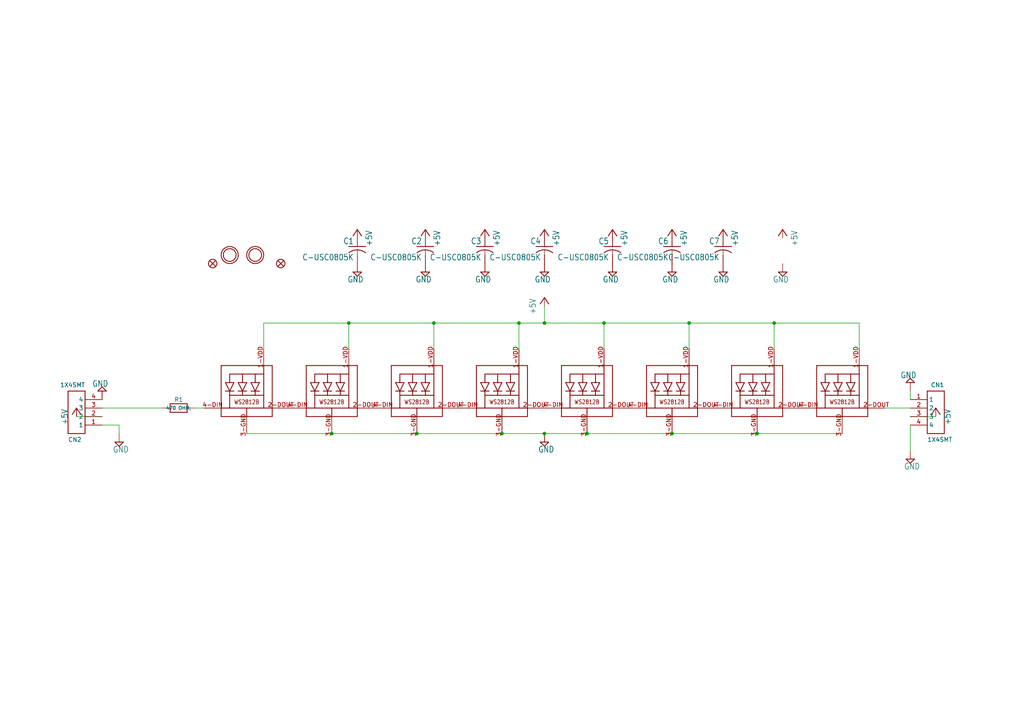
<source format=kicad_sch>
(kicad_sch (version 20211123) (generator eeschema)
  (paper "User" 305.74 210.007)
  (lib_symbols
    (symbol "eagleSchem-eagle-import:+5V" (power)
      (property "Value" "+5V" (at -2.54 -5.08 90))
      (symbol "+5V_1_0"
        (polyline (pts (xy 0 0) (xy -1.27 -1.905)) (stroke (width 0.254)))
        (polyline (pts (xy 1.27 -1.905) (xy 0 0)) (stroke (width 0.254)))
        (pin power_in line (at 0 -2.54 90) (length 2.54) (name "+5V") (number "1"))
      )
    )
    (symbol "eagleSchem-eagle-import:1X4SMT"
      (property "Reference" "CN" (at 5.08 7.62 0))
      (property "Value" "1X4SMT" (at 0 -10.16 0))
      (symbol "1X4SMT_1_0"
        (polyline (pts (xy 0 -7.62) (xy 0 5.08)) (stroke (width 0.254)))
        (polyline (pts (xy 0 5.08) (xy 5.08 5.08)) (stroke (width 0.254)))
        (polyline (pts (xy 5.08 -7.62) (xy 0 -7.62)) (stroke (width 0.254)))
        (polyline (pts (xy 5.08 5.08) (xy 5.08 -7.62)) (stroke (width 0.254)))
        (pin bidirectional line (at -5.08 2.54 0) (length 5.08) (name "1") (number "1"))
        (pin bidirectional line (at -5.08 0 0) (length 5.08) (name "2") (number "2"))
        (pin bidirectional line (at -5.08 -2.54 0) (length 5.08) (name "3") (number "3"))
        (pin bidirectional line (at -5.08 -5.08 0) (length 5.08) (name "4") (number "4"))
      )
    )
    (symbol "eagleSchem-eagle-import:C-USC0805K"
      (property "Reference" "C" (at 1.016 0.635 0))
      (property "Value" "C-USC0805K" (at 1.016 -4.191 0))
      (symbol "C-USC0805K_1_0"
        (arc (start 0 -1.0161) (mid -1.302 -1.2303) (end -2.4668 -1.8504) (stroke (width 0.254)))
        (polyline (pts (xy -2.54 0) (xy 2.54 0)) (stroke (width 0.254)))
        (polyline (pts (xy 0 -1.016) (xy 0 -2.54)) (stroke (width 0.1524)))
        (arc (start 2.4892 -1.8542) (mid 1.3158 -1.2195) (end 0 -1) (stroke (width 0.254)))
        (pin passive line (at 0 2.54 270) (length 2.54) (name "1") (number "1"))
        (pin passive line (at 0 -5.08 90) (length 2.54) (name "2") (number "2"))
      )
    )
    (symbol "eagleSchem-eagle-import:FIDUCIAL{dblquote}{dblquote}"
      (symbol "FIDUCIAL{dblquote}{dblquote}_1_0"
        (polyline (pts (xy -0.762 0.762) (xy 0.762 -0.762)) (stroke (width 0.254)))
        (polyline (pts (xy 0.762 0.762) (xy -0.762 -0.762)) (stroke (width 0.254)))
        (circle (center 0 0) (radius 1.27) (stroke (width 0.254)))
      )
    )
    (symbol "eagleSchem-eagle-import:GND" (power)
      (property "Value" "GND" (at -1.905 -3.175 0))
      (symbol "GND_1_0"
        (polyline (pts (xy -1.27 0) (xy 1.27 0)) (stroke (width 0.254)))
        (polyline (pts (xy 0 -1.27) (xy -1.27 0)) (stroke (width 0.254)))
        (polyline (pts (xy 1.27 0) (xy 0 -1.27)) (stroke (width 0.254)))
        (pin power_in line (at 0 2.54 270) (length 2.54) (name "GND") (number "1"))
      )
    )
    (symbol "eagleSchem-eagle-import:MOUNTINGHOLE2.0"
      (symbol "MOUNTINGHOLE2.0_1_0"
        (circle (center 0 0) (radius 1.905) (stroke (width 0.254)))
        (circle (center 0 0) (radius 2.54) (stroke (width 0.254)))
      )
    )
    (symbol "eagleSchem-eagle-import:RESISTOR_0805MP"
      (property "Reference" "R" (at 0 2.54 0))
      (property "Value" "RESISTOR_0805MP" (at 0 0 0))
      (symbol "RESISTOR_0805MP_1_0"
        (polyline (pts (xy -2.54 -1.27) (xy -2.54 1.27)) (stroke (width 0.254)))
        (polyline (pts (xy -2.54 1.27) (xy 2.54 1.27)) (stroke (width 0.254)))
        (polyline (pts (xy 2.54 -1.27) (xy -2.54 -1.27)) (stroke (width 0.254)))
        (polyline (pts (xy 2.54 1.27) (xy 2.54 -1.27)) (stroke (width 0.254)))
        (pin passive line (at -5.08 0 0) (length 2.54) (name "1") (number "1"))
        (pin passive line (at 5.08 0 180) (length 2.54) (name "2") (number "2"))
      )
    )
    (symbol "eagleSchem-eagle-import:WS2812B5050"
      (symbol "WS2812B5050_1_0"
        (polyline (pts (xy -7.62 -5.08) (xy 0 -5.08)) (stroke (width 0.254)))
        (polyline (pts (xy -7.62 -2.54) (xy -7.62 -5.08)) (stroke (width 0.254)))
        (polyline (pts (xy -7.62 10.16) (xy -7.62 -2.54)) (stroke (width 0.254)))
        (polyline (pts (xy -6.35 2.54) (xy -5.08 2.54)) (stroke (width 0.254)))
        (polyline (pts (xy -6.35 5.08) (xy -5.08 5.08)) (stroke (width 0.254)))
        (polyline (pts (xy -5.08 -2.54) (xy -7.62 -2.54)) (stroke (width 0.254)))
        (polyline (pts (xy -5.08 -2.54) (xy 0 -2.54)) (stroke (width 0.254)))
        (polyline (pts (xy -5.08 1.27) (xy -5.08 -2.54)) (stroke (width 0.254)))
        (polyline (pts (xy -5.08 2.54) (xy -6.35 5.08)) (stroke (width 0.254)))
        (polyline (pts (xy -5.08 2.54) (xy -5.08 1.27)) (stroke (width 0.254)))
        (polyline (pts (xy -5.08 2.54) (xy -3.81 5.08)) (stroke (width 0.254)))
        (polyline (pts (xy -5.08 5.08) (xy -3.81 5.08)) (stroke (width 0.254)))
        (polyline (pts (xy -5.08 7.62) (xy -5.08 5.08)) (stroke (width 0.254)))
        (polyline (pts (xy -3.81 2.54) (xy -5.08 2.54)) (stroke (width 0.254)))
        (polyline (pts (xy -2.54 2.54) (xy -1.27 2.54)) (stroke (width 0.254)))
        (polyline (pts (xy -2.54 5.08) (xy 0 5.08)) (stroke (width 0.254)))
        (polyline (pts (xy -1.27 1.27) (xy -5.08 1.27)) (stroke (width 0.254)))
        (polyline (pts (xy -1.27 2.54) (xy -2.54 5.08)) (stroke (width 0.254)))
        (polyline (pts (xy -1.27 2.54) (xy -1.27 1.27)) (stroke (width 0.254)))
        (polyline (pts (xy -1.27 2.54) (xy 0 2.54)) (stroke (width 0.254)))
        (polyline (pts (xy -1.27 5.08) (xy -1.27 7.62)) (stroke (width 0.254)))
        (polyline (pts (xy -1.27 7.62) (xy -5.08 7.62)) (stroke (width 0.254)))
        (polyline (pts (xy 0 -5.08) (xy 7.62 -5.08)) (stroke (width 0.254)))
        (polyline (pts (xy 0 -2.54) (xy 0 -5.08)) (stroke (width 0.254)))
        (polyline (pts (xy 0 -2.54) (xy 5.08 -2.54)) (stroke (width 0.254)))
        (polyline (pts (xy 0 5.08) (xy -1.27 2.54)) (stroke (width 0.254)))
        (polyline (pts (xy 1.27 5.08) (xy 2.54 2.54)) (stroke (width 0.254)))
        (polyline (pts (xy 1.27 5.08) (xy 2.54 5.08)) (stroke (width 0.254)))
        (polyline (pts (xy 2.54 1.27) (xy -1.27 1.27)) (stroke (width 0.254)))
        (polyline (pts (xy 2.54 2.54) (xy 1.27 2.54)) (stroke (width 0.254)))
        (polyline (pts (xy 2.54 2.54) (xy 2.54 1.27)) (stroke (width 0.254)))
        (polyline (pts (xy 2.54 2.54) (xy 3.81 2.54)) (stroke (width 0.254)))
        (polyline (pts (xy 2.54 2.54) (xy 3.81 5.08)) (stroke (width 0.254)))
        (polyline (pts (xy 2.54 5.08) (xy 2.54 7.62)) (stroke (width 0.254)))
        (polyline (pts (xy 2.54 7.62) (xy -1.27 7.62)) (stroke (width 0.254)))
        (polyline (pts (xy 2.54 7.62) (xy 5.08 7.62)) (stroke (width 0.254)))
        (polyline (pts (xy 3.81 5.08) (xy 2.54 5.08)) (stroke (width 0.254)))
        (polyline (pts (xy 5.08 -2.54) (xy 5.08 1.27)) (stroke (width 0.254)))
        (polyline (pts (xy 5.08 -2.54) (xy 7.62 -2.54)) (stroke (width 0.254)))
        (polyline (pts (xy 5.08 1.27) (xy 2.54 1.27)) (stroke (width 0.254)))
        (polyline (pts (xy 5.08 7.62) (xy 5.08 1.27)) (stroke (width 0.254)))
        (polyline (pts (xy 5.08 10.16) (xy -7.62 10.16)) (stroke (width 0.254)))
        (polyline (pts (xy 5.08 10.16) (xy 5.08 7.62)) (stroke (width 0.254)))
        (polyline (pts (xy 7.62 -5.08) (xy 7.62 -2.54)) (stroke (width 0.254)))
        (polyline (pts (xy 7.62 -2.54) (xy 7.62 10.16)) (stroke (width 0.254)))
        (polyline (pts (xy 7.62 10.16) (xy 5.08 10.16)) (stroke (width 0.254)))
        (text "WS2812B" (at 3.81 0 0) (effects (font (size 1.27 1.0795)) (justify right top)))
        (pin power_in line (at 5.08 15.24 270) (length 5.08) (name "VDD") (number "1-VDD"))
        (pin output line (at 12.7 -2.54 180) (length 5.08) (name "DO") (number "2-DOUT"))
        (pin power_in line (at 0 -10.16 90) (length 5.08) (name "GND") (number "3-GND"))
        (pin input line (at -12.7 -2.54 0) (length 5.08) (name "DI") (number "4-DIN"))
      )
    )
  )
  (junction (at 162.56 96.52))
  (junction (at 180.34 96.52))
  (junction (at 99.06 129.54))
  (junction (at 124.46 129.54))
  (junction (at 205.74 96.52))
  (junction (at 162.56 129.54))
  (junction (at 226.06 129.54))
  (junction (at 129.54 96.52))
  (junction (at 104.14 96.52))
  (junction (at 175.26 129.54))
  (junction (at 231.14 96.52))
  (junction (at 154.94 96.52))
  (junction (at 149.86 129.54))
  (junction (at 200.66 129.54))
  (wire (pts (xy 271.78 119.38) (xy 271.78 116.84)))
  (wire (pts (xy 279.4 124.46) (xy 271.78 124.46)))
  (wire (pts (xy 104.14 104.14) (xy 104.14 96.52)))
  (wire (pts (xy 162.56 129.54) (xy 175.26 129.54)))
  (wire (pts (xy 180.34 96.52) (xy 205.74 96.52)))
  (wire (pts (xy 124.46 129.54) (xy 149.86 129.54)))
  (wire (pts (xy 175.26 129.54) (xy 200.66 129.54)))
  (wire (pts (xy 78.74 96.52) (xy 104.14 96.52)))
  (wire (pts (xy 226.06 129.54) (xy 251.46 129.54)))
  (wire (pts (xy 30.48 127) (xy 35.56 127)))
  (wire (pts (xy 99.06 129.54) (xy 124.46 129.54)))
  (wire (pts (xy 231.14 96.52) (xy 256.54 96.52)))
  (wire (pts (xy 231.14 96.52) (xy 231.14 104.14)))
  (wire (pts (xy 73.66 129.54) (xy 99.06 129.54)))
  (wire (pts (xy 154.94 96.52) (xy 154.94 104.14)))
  (wire (pts (xy 205.74 104.14) (xy 205.74 96.52)))
  (wire (pts (xy 154.94 96.52) (xy 162.56 96.52)))
  (wire (pts (xy 271.78 121.92) (xy 264.16 121.92)))
  (wire (pts (xy 78.74 104.14) (xy 78.74 96.52)))
  (wire (pts (xy 180.34 96.52) (xy 180.34 104.14)))
  (wire (pts (xy 162.56 91.44) (xy 162.56 96.52)))
  (wire (pts (xy 104.14 96.52) (xy 129.54 96.52)))
  (wire (pts (xy 205.74 96.52) (xy 231.14 96.52)))
  (wire (pts (xy 22.86 124.46) (xy 30.48 124.46)))
  (wire (pts (xy 35.56 127) (xy 35.56 129.54)))
  (wire (pts (xy 30.48 121.92) (xy 48.26 121.92)))
  (wire (pts (xy 200.66 129.54) (xy 226.06 129.54)))
  (wire (pts (xy 58.42 121.92) (xy 60.96 121.92)))
  (wire (pts (xy 271.78 134.62) (xy 271.78 127)))
  (wire (pts (xy 256.54 96.52) (xy 256.54 104.14)))
  (wire (pts (xy 149.86 129.54) (xy 162.56 129.54)))
  (wire (pts (xy 129.54 96.52) (xy 154.94 96.52)))
  (wire (pts (xy 162.56 96.52) (xy 180.34 96.52)))
  (wire (pts (xy 129.54 96.52) (xy 129.54 104.14)))
  (symbol (lib_id "eagleSchem-eagle-import:WS2812B5050") (at 200.66 119.38 0) (unit 1)
    (property "Reference" "LED6" (effects hide))
    (property "Value" "WS2812B5050" (effects hide))
    (property "Footprint" "eagleSchem:WS2812B" (effects hide))
  )
  (symbol (lib_id "eagleSchem-eagle-import:GND") (at 162.56 81.28 0) (mirror y) (unit 1)
    (property "Reference" "#SUPPLY13" (effects hide))
    (property "Value" "GND" (at 164.465 84.455 0) (effects (font (size 1.778 1.5113)) (justify left bottom)))
    (property "Footprint" "eagleSchem:" (effects hide))
  )
  (symbol (lib_id "eagleSchem-eagle-import:GND") (at 106.68 81.28 0) (mirror y) (unit 1)
    (property "Reference" "#SUPPLY10" (effects hide))
    (property "Value" "GND" (at 108.585 84.455 0) (effects (font (size 1.778 1.5113)) (justify left bottom)))
    (property "Footprint" "eagleSchem:" (effects hide))
  )
  (symbol (lib_id "eagleSchem-eagle-import:+5V") (at 233.68 68.58 0) (mirror y) (unit 1)
    (property "Reference" "#P+10" (effects hide))
    (property "Value" "+5V" (at 236.22 73.66 90) (effects (font (size 1.778 1.5113)) (justify left bottom)))
    (property "Footprint" "eagleSchem:" (effects hide))
  )
  (symbol (lib_id "eagleSchem-eagle-import:+5V") (at 106.68 68.58 0) (mirror y) (unit 1)
    (property "Reference" "#P+3" (effects hide))
    (property "Value" "+5V" (at 109.22 73.66 90) (effects (font (size 1.778 1.5113)) (justify left bottom)))
    (property "Footprint" "eagleSchem:" (effects hide))
  )
  (symbol (lib_id "eagleSchem-eagle-import:C-USC0805K") (at 144.78 73.66 0) (mirror y) (unit 1)
    (property "Reference" "C3" (at 143.764 73.025 0) (effects (font (size 1.778 1.5113)) (justify left bottom)))
    (property "Value" "C-USC0805K" (at 143.764 77.851 0) (effects (font (size 1.778 1.5113)) (justify left bottom)))
    (property "Footprint" "eagleSchem:C0805K" (effects hide))
  )
  (symbol (lib_id "eagleSchem-eagle-import:C-USC0805K") (at 127 73.66 0) (mirror y) (unit 1)
    (property "Reference" "C2" (at 125.984 73.025 0) (effects (font (size 1.778 1.5113)) (justify left bottom)))
    (property "Value" "C-USC0805K" (at 125.984 77.851 0) (effects (font (size 1.778 1.5113)) (justify left bottom)))
    (property "Footprint" "eagleSchem:C0805K" (effects hide))
  )
  (symbol (lib_id "eagleSchem-eagle-import:GND") (at 162.56 132.08 0) (unit 1)
    (property "Reference" "#SUPPLY3" (effects hide))
    (property "Value" "GND" (at 160.655 135.255 0) (effects (font (size 1.778 1.5113)) (justify left bottom)))
    (property "Footprint" "eagleSchem:" (effects hide))
  )
  (symbol (lib_id "eagleSchem-eagle-import:+5V") (at 200.66 68.58 0) (mirror y) (unit 1)
    (property "Reference" "#P+8" (effects hide))
    (property "Value" "+5V" (at 203.2 73.66 90) (effects (font (size 1.778 1.5113)) (justify left bottom)))
    (property "Footprint" "eagleSchem:" (effects hide))
  )
  (symbol (lib_id "eagleSchem-eagle-import:GND") (at 144.78 81.28 0) (mirror y) (unit 1)
    (property "Reference" "#SUPPLY12" (effects hide))
    (property "Value" "GND" (at 146.685 84.455 0) (effects (font (size 1.778 1.5113)) (justify left bottom)))
    (property "Footprint" "eagleSchem:" (effects hide))
  )
  (symbol (lib_id "eagleSchem-eagle-import:WS2812B5050") (at 226.06 119.38 0) (unit 1)
    (property "Reference" "LED7" (effects hide))
    (property "Value" "WS2812B5050" (effects hide))
    (property "Footprint" "eagleSchem:WS2812B" (effects hide))
  )
  (symbol (lib_id "eagleSchem-eagle-import:WS2812B5050") (at 73.66 119.38 0) (unit 1)
    (property "Reference" "LED1" (effects hide))
    (property "Value" "WS2812B5050" (effects hide))
    (property "Footprint" "eagleSchem:WS2812B" (effects hide))
  )
  (symbol (lib_id "eagleSchem-eagle-import:MOUNTINGHOLE2.0") (at 68.58 76.2 0) (unit 1)
    (property "Reference" "U$3" (effects hide))
    (property "Value" "MOUNTINGHOLE2.0" (effects hide))
    (property "Footprint" "eagleSchem:MOUNTINGHOLE_2.0_PLATED" (effects hide))
  )
  (symbol (lib_id "eagleSchem-eagle-import:+5V") (at 162.56 68.58 0) (mirror y) (unit 1)
    (property "Reference" "#P+6" (effects hide))
    (property "Value" "+5V" (at 165.1 73.66 90) (effects (font (size 1.778 1.5113)) (justify left bottom)))
    (property "Footprint" "eagleSchem:" (effects hide))
  )
  (symbol (lib_id "eagleSchem-eagle-import:C-USC0805K") (at 215.9 73.66 0) (mirror y) (unit 1)
    (property "Reference" "C7" (at 214.884 73.025 0) (effects (font (size 1.778 1.5113)) (justify left bottom)))
    (property "Value" "C-USC0805K" (at 214.884 77.851 0) (effects (font (size 1.778 1.5113)) (justify left bottom)))
    (property "Footprint" "eagleSchem:C0805K" (effects hide))
  )
  (symbol (lib_id "eagleSchem-eagle-import:+5V") (at 144.78 68.58 0) (mirror y) (unit 1)
    (property "Reference" "#P+5" (effects hide))
    (property "Value" "+5V" (at 147.32 73.66 90) (effects (font (size 1.778 1.5113)) (justify left bottom)))
    (property "Footprint" "eagleSchem:" (effects hide))
  )
  (symbol (lib_id "eagleSchem-eagle-import:GND") (at 215.9 81.28 0) (mirror y) (unit 1)
    (property "Reference" "#SUPPLY16" (effects hide))
    (property "Value" "GND" (at 217.805 84.455 0) (effects (font (size 1.778 1.5113)) (justify left bottom)))
    (property "Footprint" "eagleSchem:" (effects hide))
  )
  (symbol (lib_id "eagleSchem-eagle-import:GND") (at 30.48 116.84 180) (unit 1)
    (property "Reference" "#SUPPLY2" (effects hide))
    (property "Value" "GND" (at 32.385 113.665 0) (effects (font (size 1.778 1.5113)) (justify left bottom)))
    (property "Footprint" "eagleSchem:" (effects hide))
  )
  (symbol (lib_id "eagleSchem-eagle-import:GND") (at 200.66 81.28 0) (mirror y) (unit 1)
    (property "Reference" "#SUPPLY15" (effects hide))
    (property "Value" "GND" (at 202.565 84.455 0) (effects (font (size 1.778 1.5113)) (justify left bottom)))
    (property "Footprint" "eagleSchem:" (effects hide))
  )
  (symbol (lib_id "eagleSchem-eagle-import:WS2812B5050") (at 149.86 119.38 0) (unit 1)
    (property "Reference" "LED4" (effects hide))
    (property "Value" "WS2812B5050" (effects hide))
    (property "Footprint" "eagleSchem:WS2812B" (effects hide))
  )
  (symbol (lib_id "eagleSchem-eagle-import:+5V") (at 22.86 121.92 0) (unit 1)
    (property "Reference" "#P+11" (effects hide))
    (property "Value" "+5V" (at 20.32 127 90) (effects (font (size 1.778 1.5113)) (justify left bottom)))
    (property "Footprint" "eagleSchem:" (effects hide))
  )
  (symbol (lib_id "eagleSchem-eagle-import:C-USC0805K") (at 200.66 73.66 0) (mirror y) (unit 1)
    (property "Reference" "C6" (at 199.644 73.025 0) (effects (font (size 1.778 1.5113)) (justify left bottom)))
    (property "Value" "C-USC0805K" (at 199.644 77.851 0) (effects (font (size 1.778 1.5113)) (justify left bottom)))
    (property "Footprint" "eagleSchem:C0805K" (effects hide))
  )
  (symbol (lib_id "eagleSchem-eagle-import:GND") (at 271.78 137.16 0) (unit 1)
    (property "Reference" "#SUPPLY9" (effects hide))
    (property "Value" "GND" (at 269.875 140.335 0) (effects (font (size 1.778 1.5113)) (justify left bottom)))
    (property "Footprint" "eagleSchem:" (effects hide))
  )
  (symbol (lib_id "eagleSchem-eagle-import:WS2812B5050") (at 251.46 119.38 0) (unit 1)
    (property "Reference" "LED8" (effects hide))
    (property "Value" "WS2812B5050" (effects hide))
    (property "Footprint" "eagleSchem:WS2812B" (effects hide))
  )
  (symbol (lib_id "eagleSchem-eagle-import:1X4SMT") (at 25.4 124.46 180) (unit 1)
    (property "Reference" "CN2" (at 20.32 132.08 0) (effects (justify right top)))
    (property "Value" "1X4SMT" (at 25.4 114.3 0) (effects (justify left bottom)))
    (property "Footprint" "eagleSchem:1X4-SMT" (effects hide))
  )
  (symbol (lib_id "eagleSchem-eagle-import:FIDUCIAL{dblquote}{dblquote}") (at 83.82 78.74 0) (unit 1)
    (property "Reference" "FID3" (effects hide))
    (property "Value" "FIDUCIAL{dblquote}{dblquote}" (effects hide))
    (property "Footprint" "eagleSchem:FIDUCIAL_1MM" (effects hide))
  )
  (symbol (lib_id "eagleSchem-eagle-import:C-USC0805K") (at 182.88 73.66 0) (mirror y) (unit 1)
    (property "Reference" "C5" (at 181.864 73.025 0) (effects (font (size 1.778 1.5113)) (justify left bottom)))
    (property "Value" "C-USC0805K" (at 181.864 77.851 0) (effects (font (size 1.778 1.5113)) (justify left bottom)))
    (property "Footprint" "eagleSchem:C0805K" (effects hide))
  )
  (symbol (lib_id "eagleSchem-eagle-import:C-USC0805K") (at 162.56 73.66 0) (mirror y) (unit 1)
    (property "Reference" "C4" (at 161.544 73.025 0) (effects (font (size 1.778 1.5113)) (justify left bottom)))
    (property "Value" "C-USC0805K" (at 161.544 77.851 0) (effects (font (size 1.778 1.5113)) (justify left bottom)))
    (property "Footprint" "eagleSchem:C0805K" (effects hide))
  )
  (symbol (lib_id "eagleSchem-eagle-import:WS2812B5050") (at 124.46 119.38 0) (unit 1)
    (property "Reference" "LED3" (effects hide))
    (property "Value" "WS2812B5050" (effects hide))
    (property "Footprint" "eagleSchem:WS2812B" (effects hide))
  )
  (symbol (lib_id "eagleSchem-eagle-import:RESISTOR_0805MP") (at 53.34 121.92 0) (unit 1)
    (property "Reference" "R1" (at 53.34 119.38 0))
    (property "Value" "470 OHM," (at 53.34 121.92 0) (effects (font (size 1.016 1.016) bold)))
    (property "Footprint" "eagleSchem:_0805MP" (effects hide))
  )
  (symbol (lib_id "eagleSchem-eagle-import:GND") (at 35.56 132.08 0) (unit 1)
    (property "Reference" "#SUPPLY7" (effects hide))
    (property "Value" "GND" (at 33.655 135.255 0) (effects (font (size 1.778 1.5113)) (justify left bottom)))
    (property "Footprint" "eagleSchem:" (effects hide))
  )
  (symbol (lib_id "eagleSchem-eagle-import:WS2812B5050") (at 99.06 119.38 0) (unit 1)
    (property "Reference" "LED2" (effects hide))
    (property "Value" "WS2812B5050" (effects hide))
    (property "Footprint" "eagleSchem:WS2812B" (effects hide))
  )
  (symbol (lib_id "eagleSchem-eagle-import:GND") (at 271.78 114.3 180) (unit 1)
    (property "Reference" "#SUPPLY1" (effects hide))
    (property "Value" "GND" (at 273.685 111.125 0) (effects (font (size 1.778 1.5113)) (justify left bottom)))
    (property "Footprint" "eagleSchem:" (effects hide))
  )
  (symbol (lib_id "eagleSchem-eagle-import:+5V") (at 279.4 121.92 0) (mirror y) (unit 1)
    (property "Reference" "#P+1" (effects hide))
    (property "Value" "+5V" (at 281.94 127 90) (effects (font (size 1.778 1.5113)) (justify left bottom)))
    (property "Footprint" "eagleSchem:" (effects hide))
  )
  (symbol (lib_id "eagleSchem-eagle-import:+5V") (at 215.9 68.58 0) (mirror y) (unit 1)
    (property "Reference" "#P+9" (effects hide))
    (property "Value" "+5V" (at 218.44 73.66 90) (effects (font (size 1.778 1.5113)) (justify left bottom)))
    (property "Footprint" "eagleSchem:" (effects hide))
  )
  (symbol (lib_id "eagleSchem-eagle-import:+5V") (at 127 68.58 0) (mirror y) (unit 1)
    (property "Reference" "#P+4" (effects hide))
    (property "Value" "+5V" (at 129.54 73.66 90) (effects (font (size 1.778 1.5113)) (justify left bottom)))
    (property "Footprint" "eagleSchem:" (effects hide))
  )
  (symbol (lib_id "eagleSchem-eagle-import:GND") (at 182.88 81.28 0) (mirror y) (unit 1)
    (property "Reference" "#SUPPLY14" (effects hide))
    (property "Value" "GND" (at 184.785 84.455 0) (effects (font (size 1.778 1.5113)) (justify left bottom)))
    (property "Footprint" "eagleSchem:" (effects hide))
  )
  (symbol (lib_id "eagleSchem-eagle-import:1X4SMT") (at 276.86 121.92 0) (unit 1)
    (property "Reference" "CN1" (at 281.94 114.3 0) (effects (justify right top)))
    (property "Value" "1X4SMT" (at 276.86 132.08 0) (effects (justify left bottom)))
    (property "Footprint" "eagleSchem:1X4-SMT" (effects hide))
  )
  (symbol (lib_id "eagleSchem-eagle-import:GND") (at 233.68 81.28 0) (mirror y) (unit 1)
    (property "Reference" "#SUPPLY17" (effects hide))
    (property "Value" "GND" (at 235.585 84.455 0) (effects (font (size 1.778 1.5113)) (justify left bottom)))
    (property "Footprint" "eagleSchem:" (effects hide))
  )
  (symbol (lib_id "eagleSchem-eagle-import:+5V") (at 162.56 88.9 0) (unit 1)
    (property "Reference" "#P+2" (effects hide))
    (property "Value" "+5V" (at 160.02 93.98 90) (effects (font (size 1.778 1.5113)) (justify left bottom)))
    (property "Footprint" "eagleSchem:" (effects hide))
  )
  (symbol (lib_id "eagleSchem-eagle-import:FIDUCIAL{dblquote}{dblquote}") (at 63.5 78.74 0) (unit 1)
    (property "Reference" "FID1" (effects hide))
    (property "Value" "FIDUCIAL{dblquote}{dblquote}" (effects hide))
    (property "Footprint" "eagleSchem:FIDUCIAL_1MM" (effects hide))
  )
  (symbol (lib_id "eagleSchem-eagle-import:GND") (at 127 81.28 0) (mirror y) (unit 1)
    (property "Reference" "#SUPPLY11" (effects hide))
    (property "Value" "GND" (at 128.905 84.455 0) (effects (font (size 1.778 1.5113)) (justify left bottom)))
    (property "Footprint" "eagleSchem:" (effects hide))
  )
  (symbol (lib_id "eagleSchem-eagle-import:C-USC0805K") (at 106.68 73.66 0) (mirror y) (unit 1)
    (property "Reference" "C1" (at 105.664 73.025 0) (effects (font (size 1.778 1.5113)) (justify left bottom)))
    (property "Value" "C-USC0805K" (at 105.664 77.851 0) (effects (font (size 1.778 1.5113)) (justify left bottom)))
    (property "Footprint" "eagleSchem:C0805K" (effects hide))
  )
  (symbol (lib_id "eagleSchem-eagle-import:WS2812B5050") (at 175.26 119.38 0) (unit 1)
    (property "Reference" "LED5" (effects hide))
    (property "Value" "WS2812B5050" (effects hide))
    (property "Footprint" "eagleSchem:WS2812B" (effects hide))
  )
  (symbol (lib_id "eagleSchem-eagle-import:MOUNTINGHOLE2.0") (at 76.2 76.2 0) (unit 1)
    (property "Reference" "U$2" (effects hide))
    (property "Value" "MOUNTINGHOLE2.0" (effects hide))
    (property "Footprint" "eagleSchem:MOUNTINGHOLE_2.0_PLATED" (effects hide))
  )
  (symbol (lib_id "eagleSchem-eagle-import:+5V") (at 182.88 68.58 0) (mirror y) (unit 1)
    (property "Reference" "#P+7" (effects hide))
    (property "Value" "+5V" (at 185.42 73.66 90) (effects (font (size 1.778 1.5113)) (justify left bottom)))
    (property "Footprint" "eagleSchem:" (effects hide))
  )
)
</source>
